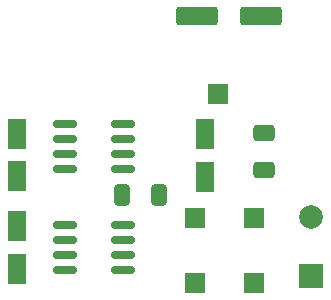
<source format=gbr>
%TF.GenerationSoftware,KiCad,Pcbnew,(6.0.7-1)-1*%
%TF.CreationDate,2022-09-30T15:44:05+02:00*%
%TF.ProjectId,tr707minus10v_kicad,74723730-376d-4696-9e75-733130765f6b,rev?*%
%TF.SameCoordinates,Original*%
%TF.FileFunction,Soldermask,Top*%
%TF.FilePolarity,Negative*%
%FSLAX46Y46*%
G04 Gerber Fmt 4.6, Leading zero omitted, Abs format (unit mm)*
G04 Created by KiCad (PCBNEW (6.0.7-1)-1) date 2022-09-30 15:44:05*
%MOMM*%
%LPD*%
G01*
G04 APERTURE LIST*
G04 Aperture macros list*
%AMRoundRect*
0 Rectangle with rounded corners*
0 $1 Rounding radius*
0 $2 $3 $4 $5 $6 $7 $8 $9 X,Y pos of 4 corners*
0 Add a 4 corners polygon primitive as box body*
4,1,4,$2,$3,$4,$5,$6,$7,$8,$9,$2,$3,0*
0 Add four circle primitives for the rounded corners*
1,1,$1+$1,$2,$3*
1,1,$1+$1,$4,$5*
1,1,$1+$1,$6,$7*
1,1,$1+$1,$8,$9*
0 Add four rect primitives between the rounded corners*
20,1,$1+$1,$2,$3,$4,$5,0*
20,1,$1+$1,$4,$5,$6,$7,0*
20,1,$1+$1,$6,$7,$8,$9,0*
20,1,$1+$1,$8,$9,$2,$3,0*%
G04 Aperture macros list end*
%ADD10RoundRect,0.250000X-0.550000X1.050000X-0.550000X-1.050000X0.550000X-1.050000X0.550000X1.050000X0*%
%ADD11RoundRect,0.250000X-1.500000X-0.550000X1.500000X-0.550000X1.500000X0.550000X-1.500000X0.550000X0*%
%ADD12RoundRect,0.250000X0.412500X0.650000X-0.412500X0.650000X-0.412500X-0.650000X0.412500X-0.650000X0*%
%ADD13RoundRect,0.150000X-0.825000X-0.150000X0.825000X-0.150000X0.825000X0.150000X-0.825000X0.150000X0*%
%ADD14R,2.000000X2.000000*%
%ADD15C,2.000000*%
%ADD16RoundRect,0.250000X-0.650000X0.412500X-0.650000X-0.412500X0.650000X-0.412500X0.650000X0.412500X0*%
%ADD17R,1.700000X1.700000*%
G04 APERTURE END LIST*
D10*
%TO.C,C8*%
X7595000Y10705000D03*
X7595000Y7105000D03*
%TD*%
D11*
%TO.C,C3*%
X22800000Y28500000D03*
X28200000Y28500000D03*
%TD*%
D10*
%TO.C,C7*%
X7595000Y18525000D03*
X7595000Y14925000D03*
%TD*%
D12*
%TO.C,C4*%
X19557500Y13305000D03*
X16432500Y13305000D03*
%TD*%
D13*
%TO.C,U2*%
X11620000Y10810000D03*
X11620000Y9540000D03*
X11620000Y8270000D03*
X11620000Y7000000D03*
X16570000Y7000000D03*
X16570000Y8270000D03*
X16570000Y9540000D03*
X16570000Y10810000D03*
%TD*%
%TO.C,U1*%
X11620000Y19310000D03*
X11620000Y18040000D03*
X11620000Y16770000D03*
X11620000Y15500000D03*
X16570000Y15500000D03*
X16570000Y16770000D03*
X16570000Y18040000D03*
X16570000Y19310000D03*
%TD*%
D14*
%TO.C,C5*%
X32500000Y6500000D03*
D15*
X32500000Y11500000D03*
%TD*%
D16*
%TO.C,C1*%
X28500000Y18562500D03*
X28500000Y15437500D03*
%TD*%
D10*
%TO.C,C2*%
X23500000Y18500000D03*
X23500000Y14900000D03*
%TD*%
D17*
%TO.C,J1*%
X22595000Y5905000D03*
%TD*%
%TO.C,J3*%
X27595000Y5905000D03*
%TD*%
%TO.C,J4*%
X27595000Y11405000D03*
%TD*%
%TO.C,J5*%
X24595000Y21905000D03*
%TD*%
%TO.C,J2*%
X22595000Y11405000D03*
%TD*%
M02*

</source>
